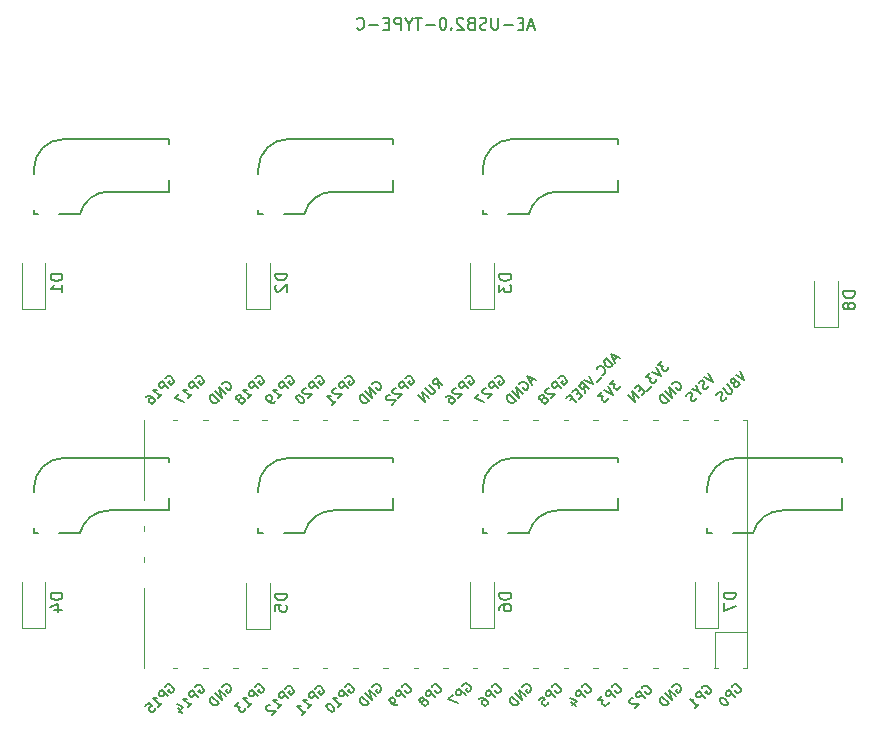
<source format=gbr>
%TF.GenerationSoftware,KiCad,Pcbnew,(5.1.10)-1*%
%TF.CreationDate,2021-12-07T13:13:35+09:00*%
%TF.ProjectId,MACRO-PAD-v0.1,4d414352-4f2d-4504-9144-2d76302e312e,rev?*%
%TF.SameCoordinates,Original*%
%TF.FileFunction,Legend,Bot*%
%TF.FilePolarity,Positive*%
%FSLAX46Y46*%
G04 Gerber Fmt 4.6, Leading zero omitted, Abs format (unit mm)*
G04 Created by KiCad (PCBNEW (5.1.10)-1) date 2021-12-07 13:13:35*
%MOMM*%
%LPD*%
G01*
G04 APERTURE LIST*
%ADD10C,0.150000*%
%ADD11C,0.120000*%
G04 APERTURE END LIST*
D10*
%TO.C,U7*%
X109347000Y-122087000D02*
X109347000Y-122468000D01*
X120777000Y-119547000D02*
X120777000Y-120563000D01*
X120777000Y-120563000D02*
X115697000Y-120563000D01*
X113232838Y-122468000D02*
X111506000Y-122468000D01*
X109728000Y-122468000D02*
X109347000Y-122468000D01*
X109347000Y-118658000D02*
X109347000Y-119039000D01*
X111887000Y-116118000D02*
X120777000Y-116118000D01*
X120777000Y-116118000D02*
X120777000Y-116499000D01*
X113232838Y-122486960D02*
G75*
G02*
X115697000Y-120563000I2464162J-616040D01*
G01*
X109347000Y-118658000D02*
G75*
G02*
X111887000Y-116118000I2540000J0D01*
G01*
%TO.C,U6*%
X90347000Y-122087000D02*
X90347000Y-122468000D01*
X101777000Y-119547000D02*
X101777000Y-120563000D01*
X101777000Y-120563000D02*
X96697000Y-120563000D01*
X94232838Y-122468000D02*
X92506000Y-122468000D01*
X90728000Y-122468000D02*
X90347000Y-122468000D01*
X90347000Y-118658000D02*
X90347000Y-119039000D01*
X92887000Y-116118000D02*
X101777000Y-116118000D01*
X101777000Y-116118000D02*
X101777000Y-116499000D01*
X94232838Y-122486960D02*
G75*
G02*
X96697000Y-120563000I2464162J-616040D01*
G01*
X90347000Y-118658000D02*
G75*
G02*
X92887000Y-116118000I2540000J0D01*
G01*
%TO.C,U5*%
X71347000Y-122087000D02*
X71347000Y-122468000D01*
X82777000Y-119547000D02*
X82777000Y-120563000D01*
X82777000Y-120563000D02*
X77697000Y-120563000D01*
X75232838Y-122468000D02*
X73506000Y-122468000D01*
X71728000Y-122468000D02*
X71347000Y-122468000D01*
X71347000Y-118658000D02*
X71347000Y-119039000D01*
X73887000Y-116118000D02*
X82777000Y-116118000D01*
X82777000Y-116118000D02*
X82777000Y-116499000D01*
X75232838Y-122486960D02*
G75*
G02*
X77697000Y-120563000I2464162J-616040D01*
G01*
X71347000Y-118658000D02*
G75*
G02*
X73887000Y-116118000I2540000J0D01*
G01*
%TO.C,U4*%
X52347000Y-122087000D02*
X52347000Y-122468000D01*
X63777000Y-119547000D02*
X63777000Y-120563000D01*
X63777000Y-120563000D02*
X58697000Y-120563000D01*
X56232838Y-122468000D02*
X54506000Y-122468000D01*
X52728000Y-122468000D02*
X52347000Y-122468000D01*
X52347000Y-118658000D02*
X52347000Y-119039000D01*
X54887000Y-116118000D02*
X63777000Y-116118000D01*
X63777000Y-116118000D02*
X63777000Y-116499000D01*
X56232838Y-122486960D02*
G75*
G02*
X58697000Y-120563000I2464162J-616040D01*
G01*
X52347000Y-118658000D02*
G75*
G02*
X54887000Y-116118000I2540000J0D01*
G01*
%TO.C,U3*%
X90347000Y-95087000D02*
X90347000Y-95468000D01*
X101777000Y-92547000D02*
X101777000Y-93563000D01*
X101777000Y-93563000D02*
X96697000Y-93563000D01*
X94232838Y-95468000D02*
X92506000Y-95468000D01*
X90728000Y-95468000D02*
X90347000Y-95468000D01*
X90347000Y-91658000D02*
X90347000Y-92039000D01*
X92887000Y-89118000D02*
X101777000Y-89118000D01*
X101777000Y-89118000D02*
X101777000Y-89499000D01*
X94232838Y-95486960D02*
G75*
G02*
X96697000Y-93563000I2464162J-616040D01*
G01*
X90347000Y-91658000D02*
G75*
G02*
X92887000Y-89118000I2540000J0D01*
G01*
%TO.C,U2*%
X71347000Y-95087000D02*
X71347000Y-95468000D01*
X82777000Y-92547000D02*
X82777000Y-93563000D01*
X82777000Y-93563000D02*
X77697000Y-93563000D01*
X75232838Y-95468000D02*
X73506000Y-95468000D01*
X71728000Y-95468000D02*
X71347000Y-95468000D01*
X71347000Y-91658000D02*
X71347000Y-92039000D01*
X73887000Y-89118000D02*
X82777000Y-89118000D01*
X82777000Y-89118000D02*
X82777000Y-89499000D01*
X75232838Y-95486960D02*
G75*
G02*
X77697000Y-93563000I2464162J-616040D01*
G01*
X71347000Y-91658000D02*
G75*
G02*
X73887000Y-89118000I2540000J0D01*
G01*
%TO.C,U1*%
X52347000Y-95087000D02*
X52347000Y-95468000D01*
X63777000Y-92547000D02*
X63777000Y-93563000D01*
X63777000Y-93563000D02*
X58697000Y-93563000D01*
X56232838Y-95468000D02*
X54506000Y-95468000D01*
X52728000Y-95468000D02*
X52347000Y-95468000D01*
X52347000Y-91658000D02*
X52347000Y-92039000D01*
X54887000Y-89118000D02*
X63777000Y-89118000D01*
X63777000Y-89118000D02*
X63777000Y-89499000D01*
X56232838Y-95486960D02*
G75*
G02*
X58697000Y-93563000I2464162J-616040D01*
G01*
X52347000Y-91658000D02*
G75*
G02*
X54887000Y-89118000I2540000J0D01*
G01*
D11*
%TO.C,J1*%
X61697000Y-122300000D02*
X61697000Y-121900000D01*
X61697000Y-124900000D02*
X61697000Y-124500000D01*
X61697000Y-112900000D02*
X61697000Y-119700000D01*
X72097000Y-112900000D02*
X71697000Y-112900000D01*
X79797000Y-112900000D02*
X79397000Y-112900000D01*
X105197000Y-112900000D02*
X104797000Y-112900000D01*
X112697000Y-112900000D02*
X112397000Y-112900000D01*
X89897000Y-112900000D02*
X89497000Y-112900000D01*
X74697000Y-112900000D02*
X74297000Y-112900000D01*
X94997000Y-112900000D02*
X94597000Y-112900000D01*
X100097000Y-112900000D02*
X99697000Y-112900000D01*
X87397000Y-112900000D02*
X86997000Y-112900000D01*
X82297000Y-112900000D02*
X81897000Y-112900000D01*
X67097000Y-112900000D02*
X66697000Y-112900000D01*
X64497000Y-112900000D02*
X64097000Y-112900000D01*
X69597000Y-112900000D02*
X69197000Y-112900000D01*
X102597000Y-112900000D02*
X102197000Y-112900000D01*
X110297000Y-112900000D02*
X109897000Y-112900000D01*
X107697000Y-112900000D02*
X107297000Y-112900000D01*
X77197000Y-112900000D02*
X76797000Y-112900000D01*
X84897000Y-112900000D02*
X84497000Y-112900000D01*
X92497000Y-112900000D02*
X92097000Y-112900000D01*
X97597000Y-112900000D02*
X97197000Y-112900000D01*
X64497000Y-133900000D02*
X64097000Y-133900000D01*
X67097000Y-133900000D02*
X66697000Y-133900000D01*
X69597000Y-133900000D02*
X69197000Y-133900000D01*
X72097000Y-133900000D02*
X71697000Y-133900000D01*
X74697000Y-133900000D02*
X74297000Y-133900000D01*
X77197000Y-133900000D02*
X76797000Y-133900000D01*
X79797000Y-133900000D02*
X79397000Y-133900000D01*
X82297000Y-133900000D02*
X81897000Y-133900000D01*
X84897000Y-133900000D02*
X84497000Y-133900000D01*
X87397000Y-133900000D02*
X86997000Y-133900000D01*
X89897000Y-133900000D02*
X89497000Y-133900000D01*
X92497000Y-133900000D02*
X92097000Y-133900000D01*
X94997000Y-133900000D02*
X94597000Y-133900000D01*
X97597000Y-133900000D02*
X97197000Y-133900000D01*
X100097000Y-133900000D02*
X99697000Y-133900000D01*
X102597000Y-133900000D02*
X102197000Y-133900000D01*
X105197000Y-133900000D02*
X104797000Y-133900000D01*
X107697000Y-133900000D02*
X107297000Y-133900000D01*
X110297000Y-133900000D02*
X109897000Y-133900000D01*
X112697000Y-133900000D02*
X112397000Y-133900000D01*
X110030000Y-130893000D02*
X112697000Y-130893000D01*
X110030000Y-133900000D02*
X110030000Y-130893000D01*
X61697000Y-127100000D02*
X61697000Y-133900000D01*
X112697000Y-133900000D02*
X112697000Y-112900000D01*
%TO.C,D8*%
X120400000Y-105000000D02*
X118400000Y-105000000D01*
X118400000Y-105000000D02*
X118400000Y-101100000D01*
X120400000Y-105000000D02*
X120400000Y-101100000D01*
%TO.C,D7*%
X110300000Y-130500000D02*
X108300000Y-130500000D01*
X108300000Y-130500000D02*
X108300000Y-126600000D01*
X110300000Y-130500000D02*
X110300000Y-126600000D01*
%TO.C,D6*%
X91300000Y-130550000D02*
X89300000Y-130550000D01*
X89300000Y-130550000D02*
X89300000Y-126650000D01*
X91300000Y-130550000D02*
X91300000Y-126650000D01*
%TO.C,D5*%
X72300000Y-130600000D02*
X70300000Y-130600000D01*
X70300000Y-130600000D02*
X70300000Y-126700000D01*
X72300000Y-130600000D02*
X72300000Y-126700000D01*
%TO.C,D4*%
X53300000Y-130550000D02*
X51300000Y-130550000D01*
X51300000Y-130550000D02*
X51300000Y-126650000D01*
X53300000Y-130550000D02*
X53300000Y-126650000D01*
%TO.C,D3*%
X91300000Y-103550000D02*
X89300000Y-103550000D01*
X89300000Y-103550000D02*
X89300000Y-99650000D01*
X91300000Y-103550000D02*
X91300000Y-99650000D01*
%TO.C,D2*%
X72300000Y-103500000D02*
X70300000Y-103500000D01*
X70300000Y-103500000D02*
X70300000Y-99600000D01*
X72300000Y-103500000D02*
X72300000Y-99600000D01*
%TO.C,D1*%
X53300000Y-103550000D02*
X51300000Y-103550000D01*
X51300000Y-103550000D02*
X51300000Y-99650000D01*
X53300000Y-103550000D02*
X53300000Y-99650000D01*
%TO.C,U9*%
D10*
X94697000Y-79566666D02*
X94220809Y-79566666D01*
X94792238Y-79852380D02*
X94458904Y-78852380D01*
X94125571Y-79852380D01*
X93792238Y-79328571D02*
X93458904Y-79328571D01*
X93316047Y-79852380D02*
X93792238Y-79852380D01*
X93792238Y-78852380D01*
X93316047Y-78852380D01*
X92887476Y-79471428D02*
X92125571Y-79471428D01*
X91649380Y-78852380D02*
X91649380Y-79661904D01*
X91601761Y-79757142D01*
X91554142Y-79804761D01*
X91458904Y-79852380D01*
X91268428Y-79852380D01*
X91173190Y-79804761D01*
X91125571Y-79757142D01*
X91077952Y-79661904D01*
X91077952Y-78852380D01*
X90649380Y-79804761D02*
X90506523Y-79852380D01*
X90268428Y-79852380D01*
X90173190Y-79804761D01*
X90125571Y-79757142D01*
X90077952Y-79661904D01*
X90077952Y-79566666D01*
X90125571Y-79471428D01*
X90173190Y-79423809D01*
X90268428Y-79376190D01*
X90458904Y-79328571D01*
X90554142Y-79280952D01*
X90601761Y-79233333D01*
X90649380Y-79138095D01*
X90649380Y-79042857D01*
X90601761Y-78947619D01*
X90554142Y-78900000D01*
X90458904Y-78852380D01*
X90220809Y-78852380D01*
X90077952Y-78900000D01*
X89316047Y-79328571D02*
X89173190Y-79376190D01*
X89125571Y-79423809D01*
X89077952Y-79519047D01*
X89077952Y-79661904D01*
X89125571Y-79757142D01*
X89173190Y-79804761D01*
X89268428Y-79852380D01*
X89649380Y-79852380D01*
X89649380Y-78852380D01*
X89316047Y-78852380D01*
X89220809Y-78900000D01*
X89173190Y-78947619D01*
X89125571Y-79042857D01*
X89125571Y-79138095D01*
X89173190Y-79233333D01*
X89220809Y-79280952D01*
X89316047Y-79328571D01*
X89649380Y-79328571D01*
X88697000Y-78947619D02*
X88649380Y-78900000D01*
X88554142Y-78852380D01*
X88316047Y-78852380D01*
X88220809Y-78900000D01*
X88173190Y-78947619D01*
X88125571Y-79042857D01*
X88125571Y-79138095D01*
X88173190Y-79280952D01*
X88744619Y-79852380D01*
X88125571Y-79852380D01*
X87697000Y-79757142D02*
X87649380Y-79804761D01*
X87697000Y-79852380D01*
X87744619Y-79804761D01*
X87697000Y-79757142D01*
X87697000Y-79852380D01*
X87030333Y-78852380D02*
X86935095Y-78852380D01*
X86839857Y-78900000D01*
X86792238Y-78947619D01*
X86744619Y-79042857D01*
X86697000Y-79233333D01*
X86697000Y-79471428D01*
X86744619Y-79661904D01*
X86792238Y-79757142D01*
X86839857Y-79804761D01*
X86935095Y-79852380D01*
X87030333Y-79852380D01*
X87125571Y-79804761D01*
X87173190Y-79757142D01*
X87220809Y-79661904D01*
X87268428Y-79471428D01*
X87268428Y-79233333D01*
X87220809Y-79042857D01*
X87173190Y-78947619D01*
X87125571Y-78900000D01*
X87030333Y-78852380D01*
X86268428Y-79471428D02*
X85506523Y-79471428D01*
X85173190Y-78852380D02*
X84601761Y-78852380D01*
X84887476Y-79852380D02*
X84887476Y-78852380D01*
X84077952Y-79376190D02*
X84077952Y-79852380D01*
X84411285Y-78852380D02*
X84077952Y-79376190D01*
X83744619Y-78852380D01*
X83411285Y-79852380D02*
X83411285Y-78852380D01*
X83030333Y-78852380D01*
X82935095Y-78900000D01*
X82887476Y-78947619D01*
X82839857Y-79042857D01*
X82839857Y-79185714D01*
X82887476Y-79280952D01*
X82935095Y-79328571D01*
X83030333Y-79376190D01*
X83411285Y-79376190D01*
X82411285Y-79328571D02*
X82077952Y-79328571D01*
X81935095Y-79852380D02*
X82411285Y-79852380D01*
X82411285Y-78852380D01*
X81935095Y-78852380D01*
X81506523Y-79471428D02*
X80744619Y-79471428D01*
X79697000Y-79757142D02*
X79744619Y-79804761D01*
X79887476Y-79852380D01*
X79982714Y-79852380D01*
X80125571Y-79804761D01*
X80220809Y-79709523D01*
X80268428Y-79614285D01*
X80316047Y-79423809D01*
X80316047Y-79280952D01*
X80268428Y-79090476D01*
X80220809Y-78995238D01*
X80125571Y-78900000D01*
X79982714Y-78852380D01*
X79887476Y-78852380D01*
X79744619Y-78900000D01*
X79697000Y-78947619D01*
%TO.C,J1*%
X94637964Y-109443597D02*
X94368590Y-109712971D01*
X94853463Y-109551346D02*
X94099216Y-109174223D01*
X94476340Y-109928470D01*
X93452719Y-109874595D02*
X93479656Y-109793783D01*
X93560468Y-109712971D01*
X93668218Y-109659096D01*
X93775967Y-109659096D01*
X93856780Y-109686033D01*
X93991467Y-109766845D01*
X94072279Y-109847658D01*
X94153091Y-109982345D01*
X94180028Y-110063157D01*
X94180028Y-110170906D01*
X94126154Y-110278656D01*
X94072279Y-110332531D01*
X93964529Y-110386406D01*
X93910654Y-110386406D01*
X93722093Y-110197844D01*
X93829842Y-110090094D01*
X93722093Y-110682717D02*
X93156407Y-110117032D01*
X93398844Y-111005966D01*
X92833158Y-110440280D01*
X93129470Y-111275340D02*
X92563784Y-110709654D01*
X92429097Y-110844341D01*
X92375223Y-110952091D01*
X92375223Y-111059841D01*
X92402160Y-111140653D01*
X92482972Y-111275340D01*
X92563784Y-111356152D01*
X92698471Y-111436964D01*
X92779284Y-111463902D01*
X92887033Y-111463902D01*
X92994783Y-111410027D01*
X93129470Y-111275340D01*
X106395155Y-109886158D02*
X106422093Y-109805346D01*
X106502905Y-109724534D01*
X106610654Y-109670659D01*
X106718404Y-109670659D01*
X106799216Y-109697597D01*
X106933903Y-109778409D01*
X107014715Y-109859221D01*
X107095528Y-109993908D01*
X107122465Y-110074720D01*
X107122465Y-110182470D01*
X107068590Y-110290219D01*
X107014715Y-110344094D01*
X106906966Y-110397969D01*
X106853091Y-110397969D01*
X106664529Y-110209407D01*
X106772279Y-110101658D01*
X106664529Y-110694280D02*
X106098844Y-110128595D01*
X106341280Y-111017529D01*
X105775595Y-110451844D01*
X106071906Y-111286903D02*
X105506221Y-110721218D01*
X105371534Y-110855905D01*
X105317659Y-110963654D01*
X105317659Y-111071404D01*
X105344597Y-111152216D01*
X105425409Y-111286903D01*
X105506221Y-111367715D01*
X105640908Y-111448528D01*
X105721720Y-111475465D01*
X105829470Y-111475465D01*
X105937219Y-111421590D01*
X106071906Y-111286903D01*
X80995155Y-109886158D02*
X81022093Y-109805346D01*
X81102905Y-109724534D01*
X81210654Y-109670659D01*
X81318404Y-109670659D01*
X81399216Y-109697597D01*
X81533903Y-109778409D01*
X81614715Y-109859221D01*
X81695528Y-109993908D01*
X81722465Y-110074720D01*
X81722465Y-110182470D01*
X81668590Y-110290219D01*
X81614715Y-110344094D01*
X81506966Y-110397969D01*
X81453091Y-110397969D01*
X81264529Y-110209407D01*
X81372279Y-110101658D01*
X81264529Y-110694280D02*
X80698844Y-110128595D01*
X80941280Y-111017529D01*
X80375595Y-110451844D01*
X80671906Y-111286903D02*
X80106221Y-110721218D01*
X79971534Y-110855905D01*
X79917659Y-110963654D01*
X79917659Y-111071404D01*
X79944597Y-111152216D01*
X80025409Y-111286903D01*
X80106221Y-111367715D01*
X80240908Y-111448528D01*
X80321720Y-111475465D01*
X80429470Y-111475465D01*
X80537219Y-111421590D01*
X80671906Y-111286903D01*
X68295155Y-109886158D02*
X68322093Y-109805346D01*
X68402905Y-109724534D01*
X68510654Y-109670659D01*
X68618404Y-109670659D01*
X68699216Y-109697597D01*
X68833903Y-109778409D01*
X68914715Y-109859221D01*
X68995528Y-109993908D01*
X69022465Y-110074720D01*
X69022465Y-110182470D01*
X68968590Y-110290219D01*
X68914715Y-110344094D01*
X68806966Y-110397969D01*
X68753091Y-110397969D01*
X68564529Y-110209407D01*
X68672279Y-110101658D01*
X68564529Y-110694280D02*
X67998844Y-110128595D01*
X68241280Y-111017529D01*
X67675595Y-110451844D01*
X67971906Y-111286903D02*
X67406221Y-110721218D01*
X67271534Y-110855905D01*
X67217659Y-110963654D01*
X67217659Y-111071404D01*
X67244597Y-111152216D01*
X67325409Y-111286903D01*
X67406221Y-111367715D01*
X67540908Y-111448528D01*
X67621720Y-111475465D01*
X67729470Y-111475465D01*
X67837219Y-111421590D01*
X67971906Y-111286903D01*
X68295155Y-135486158D02*
X68322093Y-135405346D01*
X68402905Y-135324534D01*
X68510654Y-135270659D01*
X68618404Y-135270659D01*
X68699216Y-135297597D01*
X68833903Y-135378409D01*
X68914715Y-135459221D01*
X68995528Y-135593908D01*
X69022465Y-135674720D01*
X69022465Y-135782470D01*
X68968590Y-135890219D01*
X68914715Y-135944094D01*
X68806966Y-135997969D01*
X68753091Y-135997969D01*
X68564529Y-135809407D01*
X68672279Y-135701658D01*
X68564529Y-136294280D02*
X67998844Y-135728595D01*
X68241280Y-136617529D01*
X67675595Y-136051844D01*
X67971906Y-136886903D02*
X67406221Y-136321218D01*
X67271534Y-136455905D01*
X67217659Y-136563654D01*
X67217659Y-136671404D01*
X67244597Y-136752216D01*
X67325409Y-136886903D01*
X67406221Y-136967715D01*
X67540908Y-137048528D01*
X67621720Y-137075465D01*
X67729470Y-137075465D01*
X67837219Y-137021590D01*
X67971906Y-136886903D01*
X80995155Y-135486158D02*
X81022093Y-135405346D01*
X81102905Y-135324534D01*
X81210654Y-135270659D01*
X81318404Y-135270659D01*
X81399216Y-135297597D01*
X81533903Y-135378409D01*
X81614715Y-135459221D01*
X81695528Y-135593908D01*
X81722465Y-135674720D01*
X81722465Y-135782470D01*
X81668590Y-135890219D01*
X81614715Y-135944094D01*
X81506966Y-135997969D01*
X81453091Y-135997969D01*
X81264529Y-135809407D01*
X81372279Y-135701658D01*
X81264529Y-136294280D02*
X80698844Y-135728595D01*
X80941280Y-136617529D01*
X80375595Y-136051844D01*
X80671906Y-136886903D02*
X80106221Y-136321218D01*
X79971534Y-136455905D01*
X79917659Y-136563654D01*
X79917659Y-136671404D01*
X79944597Y-136752216D01*
X80025409Y-136886903D01*
X80106221Y-136967715D01*
X80240908Y-137048528D01*
X80321720Y-137075465D01*
X80429470Y-137075465D01*
X80537219Y-137021590D01*
X80671906Y-136886903D01*
X93695155Y-135486158D02*
X93722093Y-135405346D01*
X93802905Y-135324534D01*
X93910654Y-135270659D01*
X94018404Y-135270659D01*
X94099216Y-135297597D01*
X94233903Y-135378409D01*
X94314715Y-135459221D01*
X94395528Y-135593908D01*
X94422465Y-135674720D01*
X94422465Y-135782470D01*
X94368590Y-135890219D01*
X94314715Y-135944094D01*
X94206966Y-135997969D01*
X94153091Y-135997969D01*
X93964529Y-135809407D01*
X94072279Y-135701658D01*
X93964529Y-136294280D02*
X93398844Y-135728595D01*
X93641280Y-136617529D01*
X93075595Y-136051844D01*
X93371906Y-136886903D02*
X92806221Y-136321218D01*
X92671534Y-136455905D01*
X92617659Y-136563654D01*
X92617659Y-136671404D01*
X92644597Y-136752216D01*
X92725409Y-136886903D01*
X92806221Y-136967715D01*
X92940908Y-137048528D01*
X93021720Y-137075465D01*
X93129470Y-137075465D01*
X93237219Y-137021590D01*
X93371906Y-136886903D01*
X106395155Y-135486158D02*
X106422093Y-135405346D01*
X106502905Y-135324534D01*
X106610654Y-135270659D01*
X106718404Y-135270659D01*
X106799216Y-135297597D01*
X106933903Y-135378409D01*
X107014715Y-135459221D01*
X107095528Y-135593908D01*
X107122465Y-135674720D01*
X107122465Y-135782470D01*
X107068590Y-135890219D01*
X107014715Y-135944094D01*
X106906966Y-135997969D01*
X106853091Y-135997969D01*
X106664529Y-135809407D01*
X106772279Y-135701658D01*
X106664529Y-136294280D02*
X106098844Y-135728595D01*
X106341280Y-136617529D01*
X105775595Y-136051844D01*
X106071906Y-136886903D02*
X105506221Y-136321218D01*
X105371534Y-136455905D01*
X105317659Y-136563654D01*
X105317659Y-136671404D01*
X105344597Y-136752216D01*
X105425409Y-136886903D01*
X105506221Y-136967715D01*
X105640908Y-137048528D01*
X105721720Y-137075465D01*
X105829470Y-137075465D01*
X105937219Y-137021590D01*
X106071906Y-136886903D01*
X112124309Y-108753129D02*
X112501433Y-109507377D01*
X111747186Y-109130253D01*
X111639436Y-109776751D02*
X111585561Y-109884500D01*
X111585561Y-109938375D01*
X111612499Y-110019187D01*
X111693311Y-110100000D01*
X111774123Y-110126937D01*
X111827998Y-110126937D01*
X111908810Y-110100000D01*
X112124309Y-109884500D01*
X111558624Y-109318815D01*
X111370062Y-109507377D01*
X111343125Y-109588189D01*
X111343125Y-109642064D01*
X111370062Y-109722876D01*
X111423937Y-109776751D01*
X111504749Y-109803688D01*
X111558624Y-109803688D01*
X111639436Y-109776751D01*
X111827998Y-109588189D01*
X110992938Y-109884500D02*
X111450874Y-110342436D01*
X111477812Y-110423248D01*
X111477812Y-110477123D01*
X111450874Y-110557935D01*
X111343125Y-110665685D01*
X111262312Y-110692622D01*
X111208438Y-110692622D01*
X111127625Y-110665685D01*
X110669690Y-110207749D01*
X110966001Y-110988934D02*
X110912126Y-111096683D01*
X110777439Y-111231370D01*
X110696627Y-111258308D01*
X110642752Y-111258308D01*
X110561940Y-111231370D01*
X110508065Y-111177496D01*
X110481128Y-111096683D01*
X110481128Y-111042809D01*
X110508065Y-110961996D01*
X110588877Y-110827309D01*
X110615815Y-110746497D01*
X110615815Y-110692622D01*
X110588877Y-110611810D01*
X110535003Y-110557935D01*
X110454190Y-110530998D01*
X110400316Y-110530998D01*
X110319503Y-110557935D01*
X110184816Y-110692622D01*
X110130942Y-110800372D01*
X109446966Y-108920473D02*
X109824089Y-109674720D01*
X109069842Y-109297597D01*
X109446966Y-109997969D02*
X109393091Y-110105719D01*
X109258404Y-110240406D01*
X109177592Y-110267343D01*
X109123717Y-110267343D01*
X109042905Y-110240406D01*
X108989030Y-110186531D01*
X108962093Y-110105719D01*
X108962093Y-110051844D01*
X108989030Y-109971032D01*
X109069842Y-109836345D01*
X109096780Y-109755532D01*
X109096780Y-109701658D01*
X109069842Y-109620845D01*
X109015967Y-109566971D01*
X108935155Y-109540033D01*
X108881280Y-109540033D01*
X108800468Y-109566971D01*
X108665781Y-109701658D01*
X108611906Y-109809407D01*
X108531094Y-110428967D02*
X108800468Y-110698341D01*
X108423345Y-109944094D02*
X108531094Y-110428967D01*
X108046221Y-110321218D01*
X108423345Y-111021590D02*
X108369470Y-111129340D01*
X108234783Y-111264027D01*
X108153971Y-111290964D01*
X108100096Y-111290964D01*
X108019284Y-111264027D01*
X107965409Y-111210152D01*
X107938471Y-111129340D01*
X107938471Y-111075465D01*
X107965409Y-110994653D01*
X108046221Y-110859966D01*
X108073158Y-110779154D01*
X108073158Y-110725279D01*
X108046221Y-110644467D01*
X107992346Y-110590592D01*
X107911534Y-110563654D01*
X107857659Y-110563654D01*
X107776847Y-110590592D01*
X107642160Y-110725279D01*
X107588285Y-110833028D01*
X105555308Y-107922131D02*
X105205122Y-108272317D01*
X105609183Y-108299255D01*
X105528370Y-108380067D01*
X105501433Y-108460879D01*
X105501433Y-108514754D01*
X105528370Y-108595566D01*
X105663057Y-108730253D01*
X105743870Y-108757190D01*
X105797744Y-108757190D01*
X105878557Y-108730253D01*
X106040181Y-108568629D01*
X106067118Y-108487816D01*
X106067118Y-108433942D01*
X105043497Y-108433942D02*
X105420621Y-109188189D01*
X104666374Y-108811065D01*
X104531687Y-108945752D02*
X104181500Y-109295938D01*
X104585561Y-109322876D01*
X104504749Y-109403688D01*
X104477812Y-109484500D01*
X104477812Y-109538375D01*
X104504749Y-109619187D01*
X104639436Y-109753874D01*
X104720248Y-109780812D01*
X104774123Y-109780812D01*
X104854935Y-109753874D01*
X105016560Y-109592250D01*
X105043497Y-109511438D01*
X105043497Y-109457563D01*
X104693311Y-110023248D02*
X104262312Y-110454247D01*
X103777439Y-110238748D02*
X103588877Y-110427309D01*
X103804377Y-110804433D02*
X104073751Y-110535059D01*
X103508065Y-109969374D01*
X103238691Y-110238748D01*
X103561940Y-111046870D02*
X102996255Y-110481184D01*
X103238691Y-111370118D01*
X102673006Y-110804433D01*
X101487592Y-109489847D02*
X101137406Y-109840033D01*
X101541467Y-109866971D01*
X101460654Y-109947783D01*
X101433717Y-110028595D01*
X101433717Y-110082470D01*
X101460654Y-110163282D01*
X101595341Y-110297969D01*
X101676154Y-110324906D01*
X101730028Y-110324906D01*
X101810841Y-110297969D01*
X101972465Y-110136345D01*
X101999402Y-110055532D01*
X101999402Y-110001658D01*
X100975781Y-110001658D02*
X101352905Y-110755905D01*
X100598658Y-110378781D01*
X100463971Y-110513468D02*
X100113784Y-110863654D01*
X100517845Y-110890592D01*
X100437033Y-110971404D01*
X100410096Y-111052216D01*
X100410096Y-111106091D01*
X100437033Y-111186903D01*
X100571720Y-111321590D01*
X100652532Y-111348528D01*
X100706407Y-111348528D01*
X100787219Y-111321590D01*
X100948844Y-111159966D01*
X100975781Y-111079154D01*
X100975781Y-111025279D01*
X101730773Y-107554788D02*
X101461399Y-107824162D01*
X101946272Y-107662537D02*
X101192025Y-107285414D01*
X101569149Y-108039661D01*
X101380587Y-108228223D02*
X100814902Y-107662537D01*
X100680215Y-107797224D01*
X100626340Y-107904974D01*
X100626340Y-108012723D01*
X100653277Y-108093536D01*
X100734089Y-108228223D01*
X100814902Y-108309035D01*
X100949589Y-108389847D01*
X101030401Y-108416784D01*
X101138150Y-108416784D01*
X101245900Y-108362910D01*
X101380587Y-108228223D01*
X100437778Y-109063282D02*
X100491653Y-109063282D01*
X100599402Y-109009407D01*
X100653277Y-108955532D01*
X100707152Y-108847783D01*
X100707152Y-108740033D01*
X100680215Y-108659221D01*
X100599402Y-108524534D01*
X100518590Y-108443722D01*
X100383903Y-108362910D01*
X100303091Y-108335972D01*
X100195341Y-108335972D01*
X100087592Y-108389847D01*
X100033717Y-108443722D01*
X99979842Y-108551471D01*
X99979842Y-108605346D01*
X100437778Y-109278781D02*
X100006780Y-109709780D01*
X99333345Y-109144094D02*
X99710468Y-109898341D01*
X98956221Y-109521218D01*
X99010096Y-110598714D02*
X98929284Y-110140778D01*
X99333345Y-110275465D02*
X98767659Y-109709780D01*
X98552160Y-109925279D01*
X98525223Y-110006091D01*
X98525223Y-110059966D01*
X98552160Y-110140778D01*
X98632972Y-110221590D01*
X98713784Y-110248528D01*
X98767659Y-110248528D01*
X98848471Y-110221590D01*
X99063971Y-110006091D01*
X98471348Y-110544839D02*
X98282786Y-110733401D01*
X98498285Y-111110524D02*
X98767659Y-110841150D01*
X98201974Y-110275465D01*
X97932600Y-110544839D01*
X97770975Y-111245211D02*
X97959537Y-111056650D01*
X98255849Y-111352961D02*
X97690163Y-110787276D01*
X97420789Y-111056650D01*
X96731592Y-109389722D02*
X96758529Y-109308910D01*
X96839341Y-109228097D01*
X96947091Y-109174223D01*
X97054841Y-109174223D01*
X97135653Y-109201160D01*
X97270340Y-109281972D01*
X97351152Y-109362784D01*
X97431964Y-109497471D01*
X97458902Y-109578284D01*
X97458902Y-109686033D01*
X97405027Y-109793783D01*
X97351152Y-109847658D01*
X97243402Y-109901532D01*
X97189528Y-109901532D01*
X97000966Y-109712971D01*
X97108715Y-109605221D01*
X97000966Y-110197844D02*
X96435280Y-109632158D01*
X96219781Y-109847658D01*
X96192844Y-109928470D01*
X96192844Y-109982345D01*
X96219781Y-110063157D01*
X96300593Y-110143969D01*
X96381406Y-110170906D01*
X96435280Y-110170906D01*
X96516093Y-110143969D01*
X96731592Y-109928470D01*
X95950407Y-110224781D02*
X95896532Y-110224781D01*
X95815720Y-110251719D01*
X95681033Y-110386406D01*
X95654096Y-110467218D01*
X95654096Y-110521093D01*
X95681033Y-110601905D01*
X95734908Y-110655780D01*
X95842658Y-110709654D01*
X96489155Y-110709654D01*
X96138969Y-111059841D01*
X95492471Y-111059841D02*
X95519409Y-110979028D01*
X95519409Y-110925154D01*
X95492471Y-110844341D01*
X95465534Y-110817404D01*
X95384722Y-110790467D01*
X95330847Y-110790467D01*
X95250035Y-110817404D01*
X95142285Y-110925154D01*
X95115348Y-111005966D01*
X95115348Y-111059841D01*
X95142285Y-111140653D01*
X95169223Y-111167590D01*
X95250035Y-111194528D01*
X95303910Y-111194528D01*
X95384722Y-111167590D01*
X95492471Y-111059841D01*
X95573284Y-111032903D01*
X95627158Y-111032903D01*
X95707971Y-111059841D01*
X95815720Y-111167590D01*
X95842658Y-111248402D01*
X95842658Y-111302277D01*
X95815720Y-111383089D01*
X95707971Y-111490839D01*
X95627158Y-111517776D01*
X95573284Y-111517776D01*
X95492471Y-111490839D01*
X95384722Y-111383089D01*
X95357784Y-111302277D01*
X95357784Y-111248402D01*
X95384722Y-111167590D01*
X91387592Y-109389722D02*
X91414529Y-109308910D01*
X91495341Y-109228097D01*
X91603091Y-109174223D01*
X91710841Y-109174223D01*
X91791653Y-109201160D01*
X91926340Y-109281972D01*
X92007152Y-109362784D01*
X92087964Y-109497471D01*
X92114902Y-109578284D01*
X92114902Y-109686033D01*
X92061027Y-109793783D01*
X92007152Y-109847658D01*
X91899402Y-109901532D01*
X91845528Y-109901532D01*
X91656966Y-109712971D01*
X91764715Y-109605221D01*
X91656966Y-110197844D02*
X91091280Y-109632158D01*
X90875781Y-109847658D01*
X90848844Y-109928470D01*
X90848844Y-109982345D01*
X90875781Y-110063157D01*
X90956593Y-110143969D01*
X91037406Y-110170906D01*
X91091280Y-110170906D01*
X91172093Y-110143969D01*
X91387592Y-109928470D01*
X90606407Y-110224781D02*
X90552532Y-110224781D01*
X90471720Y-110251719D01*
X90337033Y-110386406D01*
X90310096Y-110467218D01*
X90310096Y-110521093D01*
X90337033Y-110601905D01*
X90390908Y-110655780D01*
X90498658Y-110709654D01*
X91145155Y-110709654D01*
X90794969Y-111059841D01*
X90040722Y-110682717D02*
X89663598Y-111059841D01*
X90471720Y-111383089D01*
X88857592Y-109389722D02*
X88884529Y-109308910D01*
X88965341Y-109228097D01*
X89073091Y-109174223D01*
X89180841Y-109174223D01*
X89261653Y-109201160D01*
X89396340Y-109281972D01*
X89477152Y-109362784D01*
X89557964Y-109497471D01*
X89584902Y-109578284D01*
X89584902Y-109686033D01*
X89531027Y-109793783D01*
X89477152Y-109847658D01*
X89369402Y-109901532D01*
X89315528Y-109901532D01*
X89126966Y-109712971D01*
X89234715Y-109605221D01*
X89126966Y-110197844D02*
X88561280Y-109632158D01*
X88345781Y-109847658D01*
X88318844Y-109928470D01*
X88318844Y-109982345D01*
X88345781Y-110063157D01*
X88426593Y-110143969D01*
X88507406Y-110170906D01*
X88561280Y-110170906D01*
X88642093Y-110143969D01*
X88857592Y-109928470D01*
X88076407Y-110224781D02*
X88022532Y-110224781D01*
X87941720Y-110251719D01*
X87807033Y-110386406D01*
X87780096Y-110467218D01*
X87780096Y-110521093D01*
X87807033Y-110601905D01*
X87860908Y-110655780D01*
X87968658Y-110709654D01*
X88615155Y-110709654D01*
X88264969Y-111059841D01*
X87214410Y-110979028D02*
X87322160Y-110871279D01*
X87402972Y-110844341D01*
X87456847Y-110844341D01*
X87591534Y-110871279D01*
X87726221Y-110952091D01*
X87941720Y-111167590D01*
X87968658Y-111248402D01*
X87968658Y-111302277D01*
X87941720Y-111383089D01*
X87833971Y-111490839D01*
X87753158Y-111517776D01*
X87699284Y-111517776D01*
X87618471Y-111490839D01*
X87483784Y-111356152D01*
X87456847Y-111275340D01*
X87456847Y-111221465D01*
X87483784Y-111140653D01*
X87591534Y-111032903D01*
X87672346Y-111005966D01*
X87726221Y-111005966D01*
X87807033Y-111032903D01*
X86600435Y-110238375D02*
X86519622Y-109780439D01*
X86923683Y-109915126D02*
X86357998Y-109349441D01*
X86142499Y-109564940D01*
X86115561Y-109645752D01*
X86115561Y-109699627D01*
X86142499Y-109780439D01*
X86223311Y-109861251D01*
X86304123Y-109888189D01*
X86357998Y-109888189D01*
X86438810Y-109861251D01*
X86654309Y-109645752D01*
X85792312Y-109915126D02*
X86250248Y-110373062D01*
X86277186Y-110453874D01*
X86277186Y-110507749D01*
X86250248Y-110588561D01*
X86142499Y-110696311D01*
X86061687Y-110723248D01*
X86007812Y-110723248D01*
X85927000Y-110696311D01*
X85469064Y-110238375D01*
X85765375Y-111073435D02*
X85199690Y-110507749D01*
X85442126Y-111396683D01*
X84876441Y-110830998D01*
X83777592Y-109389722D02*
X83804529Y-109308910D01*
X83885341Y-109228097D01*
X83993091Y-109174223D01*
X84100841Y-109174223D01*
X84181653Y-109201160D01*
X84316340Y-109281972D01*
X84397152Y-109362784D01*
X84477964Y-109497471D01*
X84504902Y-109578284D01*
X84504902Y-109686033D01*
X84451027Y-109793783D01*
X84397152Y-109847658D01*
X84289402Y-109901532D01*
X84235528Y-109901532D01*
X84046966Y-109712971D01*
X84154715Y-109605221D01*
X84046966Y-110197844D02*
X83481280Y-109632158D01*
X83265781Y-109847658D01*
X83238844Y-109928470D01*
X83238844Y-109982345D01*
X83265781Y-110063157D01*
X83346593Y-110143969D01*
X83427406Y-110170906D01*
X83481280Y-110170906D01*
X83562093Y-110143969D01*
X83777592Y-109928470D01*
X82996407Y-110224781D02*
X82942532Y-110224781D01*
X82861720Y-110251719D01*
X82727033Y-110386406D01*
X82700096Y-110467218D01*
X82700096Y-110521093D01*
X82727033Y-110601905D01*
X82780908Y-110655780D01*
X82888658Y-110709654D01*
X83535155Y-110709654D01*
X83184969Y-111059841D01*
X82457659Y-110763529D02*
X82403784Y-110763529D01*
X82322972Y-110790467D01*
X82188285Y-110925154D01*
X82161348Y-111005966D01*
X82161348Y-111059841D01*
X82188285Y-111140653D01*
X82242160Y-111194528D01*
X82349910Y-111248402D01*
X82996407Y-111248402D01*
X82646221Y-111598589D01*
X78687592Y-109389722D02*
X78714529Y-109308910D01*
X78795341Y-109228097D01*
X78903091Y-109174223D01*
X79010841Y-109174223D01*
X79091653Y-109201160D01*
X79226340Y-109281972D01*
X79307152Y-109362784D01*
X79387964Y-109497471D01*
X79414902Y-109578284D01*
X79414902Y-109686033D01*
X79361027Y-109793783D01*
X79307152Y-109847658D01*
X79199402Y-109901532D01*
X79145528Y-109901532D01*
X78956966Y-109712971D01*
X79064715Y-109605221D01*
X78956966Y-110197844D02*
X78391280Y-109632158D01*
X78175781Y-109847658D01*
X78148844Y-109928470D01*
X78148844Y-109982345D01*
X78175781Y-110063157D01*
X78256593Y-110143969D01*
X78337406Y-110170906D01*
X78391280Y-110170906D01*
X78472093Y-110143969D01*
X78687592Y-109928470D01*
X77906407Y-110224781D02*
X77852532Y-110224781D01*
X77771720Y-110251719D01*
X77637033Y-110386406D01*
X77610096Y-110467218D01*
X77610096Y-110521093D01*
X77637033Y-110601905D01*
X77690908Y-110655780D01*
X77798658Y-110709654D01*
X78445155Y-110709654D01*
X78094969Y-111059841D01*
X77556221Y-111598589D02*
X77879470Y-111275340D01*
X77717845Y-111436964D02*
X77152160Y-110871279D01*
X77286847Y-110898216D01*
X77394597Y-110898216D01*
X77475409Y-110871279D01*
X76157592Y-109389722D02*
X76184529Y-109308910D01*
X76265341Y-109228097D01*
X76373091Y-109174223D01*
X76480841Y-109174223D01*
X76561653Y-109201160D01*
X76696340Y-109281972D01*
X76777152Y-109362784D01*
X76857964Y-109497471D01*
X76884902Y-109578284D01*
X76884902Y-109686033D01*
X76831027Y-109793783D01*
X76777152Y-109847658D01*
X76669402Y-109901532D01*
X76615528Y-109901532D01*
X76426966Y-109712971D01*
X76534715Y-109605221D01*
X76426966Y-110197844D02*
X75861280Y-109632158D01*
X75645781Y-109847658D01*
X75618844Y-109928470D01*
X75618844Y-109982345D01*
X75645781Y-110063157D01*
X75726593Y-110143969D01*
X75807406Y-110170906D01*
X75861280Y-110170906D01*
X75942093Y-110143969D01*
X76157592Y-109928470D01*
X75376407Y-110224781D02*
X75322532Y-110224781D01*
X75241720Y-110251719D01*
X75107033Y-110386406D01*
X75080096Y-110467218D01*
X75080096Y-110521093D01*
X75107033Y-110601905D01*
X75160908Y-110655780D01*
X75268658Y-110709654D01*
X75915155Y-110709654D01*
X75564969Y-111059841D01*
X74649097Y-110844341D02*
X74595223Y-110898216D01*
X74568285Y-110979028D01*
X74568285Y-111032903D01*
X74595223Y-111113715D01*
X74676035Y-111248402D01*
X74810722Y-111383089D01*
X74945409Y-111463902D01*
X75026221Y-111490839D01*
X75080096Y-111490839D01*
X75160908Y-111463902D01*
X75214783Y-111410027D01*
X75241720Y-111329215D01*
X75241720Y-111275340D01*
X75214783Y-111194528D01*
X75133971Y-111059841D01*
X74999284Y-110925154D01*
X74864597Y-110844341D01*
X74783784Y-110817404D01*
X74729910Y-110817404D01*
X74649097Y-110844341D01*
X73617592Y-109389722D02*
X73644529Y-109308910D01*
X73725341Y-109228097D01*
X73833091Y-109174223D01*
X73940841Y-109174223D01*
X74021653Y-109201160D01*
X74156340Y-109281972D01*
X74237152Y-109362784D01*
X74317964Y-109497471D01*
X74344902Y-109578284D01*
X74344902Y-109686033D01*
X74291027Y-109793783D01*
X74237152Y-109847658D01*
X74129402Y-109901532D01*
X74075528Y-109901532D01*
X73886966Y-109712971D01*
X73994715Y-109605221D01*
X73886966Y-110197844D02*
X73321280Y-109632158D01*
X73105781Y-109847658D01*
X73078844Y-109928470D01*
X73078844Y-109982345D01*
X73105781Y-110063157D01*
X73186593Y-110143969D01*
X73267406Y-110170906D01*
X73321280Y-110170906D01*
X73402093Y-110143969D01*
X73617592Y-109928470D01*
X73024969Y-111059841D02*
X73348218Y-110736592D01*
X73186593Y-110898216D02*
X72620908Y-110332531D01*
X72755595Y-110359468D01*
X72863345Y-110359468D01*
X72944157Y-110332531D01*
X72755595Y-111329215D02*
X72647845Y-111436964D01*
X72567033Y-111463902D01*
X72513158Y-111463902D01*
X72378471Y-111436964D01*
X72243784Y-111356152D01*
X72028285Y-111140653D01*
X72001348Y-111059841D01*
X72001348Y-111005966D01*
X72028285Y-110925154D01*
X72136035Y-110817404D01*
X72216847Y-110790467D01*
X72270722Y-110790467D01*
X72351534Y-110817404D01*
X72486221Y-110952091D01*
X72513158Y-111032903D01*
X72513158Y-111086778D01*
X72486221Y-111167590D01*
X72378471Y-111275340D01*
X72297659Y-111302277D01*
X72243784Y-111302277D01*
X72162972Y-111275340D01*
X71077592Y-109389722D02*
X71104529Y-109308910D01*
X71185341Y-109228097D01*
X71293091Y-109174223D01*
X71400841Y-109174223D01*
X71481653Y-109201160D01*
X71616340Y-109281972D01*
X71697152Y-109362784D01*
X71777964Y-109497471D01*
X71804902Y-109578284D01*
X71804902Y-109686033D01*
X71751027Y-109793783D01*
X71697152Y-109847658D01*
X71589402Y-109901532D01*
X71535528Y-109901532D01*
X71346966Y-109712971D01*
X71454715Y-109605221D01*
X71346966Y-110197844D02*
X70781280Y-109632158D01*
X70565781Y-109847658D01*
X70538844Y-109928470D01*
X70538844Y-109982345D01*
X70565781Y-110063157D01*
X70646593Y-110143969D01*
X70727406Y-110170906D01*
X70781280Y-110170906D01*
X70862093Y-110143969D01*
X71077592Y-109928470D01*
X70484969Y-111059841D02*
X70808218Y-110736592D01*
X70646593Y-110898216D02*
X70080908Y-110332531D01*
X70215595Y-110359468D01*
X70323345Y-110359468D01*
X70404157Y-110332531D01*
X69838471Y-111059841D02*
X69865409Y-110979028D01*
X69865409Y-110925154D01*
X69838471Y-110844341D01*
X69811534Y-110817404D01*
X69730722Y-110790467D01*
X69676847Y-110790467D01*
X69596035Y-110817404D01*
X69488285Y-110925154D01*
X69461348Y-111005966D01*
X69461348Y-111059841D01*
X69488285Y-111140653D01*
X69515223Y-111167590D01*
X69596035Y-111194528D01*
X69649910Y-111194528D01*
X69730722Y-111167590D01*
X69838471Y-111059841D01*
X69919284Y-111032903D01*
X69973158Y-111032903D01*
X70053971Y-111059841D01*
X70161720Y-111167590D01*
X70188658Y-111248402D01*
X70188658Y-111302277D01*
X70161720Y-111383089D01*
X70053971Y-111490839D01*
X69973158Y-111517776D01*
X69919284Y-111517776D01*
X69838471Y-111490839D01*
X69730722Y-111383089D01*
X69703784Y-111302277D01*
X69703784Y-111248402D01*
X69730722Y-111167590D01*
X65997592Y-109389722D02*
X66024529Y-109308910D01*
X66105341Y-109228097D01*
X66213091Y-109174223D01*
X66320841Y-109174223D01*
X66401653Y-109201160D01*
X66536340Y-109281972D01*
X66617152Y-109362784D01*
X66697964Y-109497471D01*
X66724902Y-109578284D01*
X66724902Y-109686033D01*
X66671027Y-109793783D01*
X66617152Y-109847658D01*
X66509402Y-109901532D01*
X66455528Y-109901532D01*
X66266966Y-109712971D01*
X66374715Y-109605221D01*
X66266966Y-110197844D02*
X65701280Y-109632158D01*
X65485781Y-109847658D01*
X65458844Y-109928470D01*
X65458844Y-109982345D01*
X65485781Y-110063157D01*
X65566593Y-110143969D01*
X65647406Y-110170906D01*
X65701280Y-110170906D01*
X65782093Y-110143969D01*
X65997592Y-109928470D01*
X65404969Y-111059841D02*
X65728218Y-110736592D01*
X65566593Y-110898216D02*
X65000908Y-110332531D01*
X65135595Y-110359468D01*
X65243345Y-110359468D01*
X65324157Y-110332531D01*
X64650722Y-110682717D02*
X64273598Y-111059841D01*
X65081720Y-111383089D01*
X63457592Y-109389722D02*
X63484529Y-109308910D01*
X63565341Y-109228097D01*
X63673091Y-109174223D01*
X63780841Y-109174223D01*
X63861653Y-109201160D01*
X63996340Y-109281972D01*
X64077152Y-109362784D01*
X64157964Y-109497471D01*
X64184902Y-109578284D01*
X64184902Y-109686033D01*
X64131027Y-109793783D01*
X64077152Y-109847658D01*
X63969402Y-109901532D01*
X63915528Y-109901532D01*
X63726966Y-109712971D01*
X63834715Y-109605221D01*
X63726966Y-110197844D02*
X63161280Y-109632158D01*
X62945781Y-109847658D01*
X62918844Y-109928470D01*
X62918844Y-109982345D01*
X62945781Y-110063157D01*
X63026593Y-110143969D01*
X63107406Y-110170906D01*
X63161280Y-110170906D01*
X63242093Y-110143969D01*
X63457592Y-109928470D01*
X62864969Y-111059841D02*
X63188218Y-110736592D01*
X63026593Y-110898216D02*
X62460908Y-110332531D01*
X62595595Y-110359468D01*
X62703345Y-110359468D01*
X62784157Y-110332531D01*
X61814410Y-110979028D02*
X61922160Y-110871279D01*
X62002972Y-110844341D01*
X62056847Y-110844341D01*
X62191534Y-110871279D01*
X62326221Y-110952091D01*
X62541720Y-111167590D01*
X62568658Y-111248402D01*
X62568658Y-111302277D01*
X62541720Y-111383089D01*
X62433971Y-111490839D01*
X62353158Y-111517776D01*
X62299284Y-111517776D01*
X62218471Y-111490839D01*
X62083784Y-111356152D01*
X62056847Y-111275340D01*
X62056847Y-111221465D01*
X62083784Y-111140653D01*
X62191534Y-111032903D01*
X62272346Y-111005966D01*
X62326221Y-111005966D01*
X62407033Y-111032903D01*
X63457592Y-135497722D02*
X63484529Y-135416910D01*
X63565341Y-135336097D01*
X63673091Y-135282223D01*
X63780841Y-135282223D01*
X63861653Y-135309160D01*
X63996340Y-135389972D01*
X64077152Y-135470784D01*
X64157964Y-135605471D01*
X64184902Y-135686284D01*
X64184902Y-135794033D01*
X64131027Y-135901783D01*
X64077152Y-135955658D01*
X63969402Y-136009532D01*
X63915528Y-136009532D01*
X63726966Y-135820971D01*
X63834715Y-135713221D01*
X63726966Y-136305844D02*
X63161280Y-135740158D01*
X62945781Y-135955658D01*
X62918844Y-136036470D01*
X62918844Y-136090345D01*
X62945781Y-136171157D01*
X63026593Y-136251969D01*
X63107406Y-136278906D01*
X63161280Y-136278906D01*
X63242093Y-136251969D01*
X63457592Y-136036470D01*
X62864969Y-137167841D02*
X63188218Y-136844592D01*
X63026593Y-137006216D02*
X62460908Y-136440531D01*
X62595595Y-136467468D01*
X62703345Y-136467468D01*
X62784157Y-136440531D01*
X61787473Y-137113966D02*
X62056847Y-136844592D01*
X62353158Y-137087028D01*
X62299284Y-137087028D01*
X62218471Y-137113966D01*
X62083784Y-137248653D01*
X62056847Y-137329465D01*
X62056847Y-137383340D01*
X62083784Y-137464152D01*
X62218471Y-137598839D01*
X62299284Y-137625776D01*
X62353158Y-137625776D01*
X62433971Y-137598839D01*
X62568658Y-137464152D01*
X62595595Y-137383340D01*
X62595595Y-137329465D01*
X65997592Y-135543722D02*
X66024529Y-135462910D01*
X66105341Y-135382097D01*
X66213091Y-135328223D01*
X66320841Y-135328223D01*
X66401653Y-135355160D01*
X66536340Y-135435972D01*
X66617152Y-135516784D01*
X66697964Y-135651471D01*
X66724902Y-135732284D01*
X66724902Y-135840033D01*
X66671027Y-135947783D01*
X66617152Y-136001658D01*
X66509402Y-136055532D01*
X66455528Y-136055532D01*
X66266966Y-135866971D01*
X66374715Y-135759221D01*
X66266966Y-136351844D02*
X65701280Y-135786158D01*
X65485781Y-136001658D01*
X65458844Y-136082470D01*
X65458844Y-136136345D01*
X65485781Y-136217157D01*
X65566593Y-136297969D01*
X65647406Y-136324906D01*
X65701280Y-136324906D01*
X65782093Y-136297969D01*
X65997592Y-136082470D01*
X65404969Y-137213841D02*
X65728218Y-136890592D01*
X65566593Y-137052216D02*
X65000908Y-136486531D01*
X65135595Y-136513468D01*
X65243345Y-136513468D01*
X65324157Y-136486531D01*
X64542972Y-137321590D02*
X64920096Y-137698714D01*
X64462160Y-136971404D02*
X65000908Y-137240778D01*
X64650722Y-137590964D01*
X71077592Y-135497722D02*
X71104529Y-135416910D01*
X71185341Y-135336097D01*
X71293091Y-135282223D01*
X71400841Y-135282223D01*
X71481653Y-135309160D01*
X71616340Y-135389972D01*
X71697152Y-135470784D01*
X71777964Y-135605471D01*
X71804902Y-135686284D01*
X71804902Y-135794033D01*
X71751027Y-135901783D01*
X71697152Y-135955658D01*
X71589402Y-136009532D01*
X71535528Y-136009532D01*
X71346966Y-135820971D01*
X71454715Y-135713221D01*
X71346966Y-136305844D02*
X70781280Y-135740158D01*
X70565781Y-135955658D01*
X70538844Y-136036470D01*
X70538844Y-136090345D01*
X70565781Y-136171157D01*
X70646593Y-136251969D01*
X70727406Y-136278906D01*
X70781280Y-136278906D01*
X70862093Y-136251969D01*
X71077592Y-136036470D01*
X70484969Y-137167841D02*
X70808218Y-136844592D01*
X70646593Y-137006216D02*
X70080908Y-136440531D01*
X70215595Y-136467468D01*
X70323345Y-136467468D01*
X70404157Y-136440531D01*
X69730722Y-136790717D02*
X69380536Y-137140903D01*
X69784597Y-137167841D01*
X69703784Y-137248653D01*
X69676847Y-137329465D01*
X69676847Y-137383340D01*
X69703784Y-137464152D01*
X69838471Y-137598839D01*
X69919284Y-137625776D01*
X69973158Y-137625776D01*
X70053971Y-137598839D01*
X70215595Y-137437215D01*
X70242532Y-137356402D01*
X70242532Y-137302528D01*
X73617592Y-135643722D02*
X73644529Y-135562910D01*
X73725341Y-135482097D01*
X73833091Y-135428223D01*
X73940841Y-135428223D01*
X74021653Y-135455160D01*
X74156340Y-135535972D01*
X74237152Y-135616784D01*
X74317964Y-135751471D01*
X74344902Y-135832284D01*
X74344902Y-135940033D01*
X74291027Y-136047783D01*
X74237152Y-136101658D01*
X74129402Y-136155532D01*
X74075528Y-136155532D01*
X73886966Y-135966971D01*
X73994715Y-135859221D01*
X73886966Y-136451844D02*
X73321280Y-135886158D01*
X73105781Y-136101658D01*
X73078844Y-136182470D01*
X73078844Y-136236345D01*
X73105781Y-136317157D01*
X73186593Y-136397969D01*
X73267406Y-136424906D01*
X73321280Y-136424906D01*
X73402093Y-136397969D01*
X73617592Y-136182470D01*
X73024969Y-137313841D02*
X73348218Y-136990592D01*
X73186593Y-137152216D02*
X72620908Y-136586531D01*
X72755595Y-136613468D01*
X72863345Y-136613468D01*
X72944157Y-136586531D01*
X72297659Y-137017529D02*
X72243784Y-137017529D01*
X72162972Y-137044467D01*
X72028285Y-137179154D01*
X72001348Y-137259966D01*
X72001348Y-137313841D01*
X72028285Y-137394653D01*
X72082160Y-137448528D01*
X72189910Y-137502402D01*
X72836407Y-137502402D01*
X72486221Y-137852589D01*
X76157592Y-135643722D02*
X76184529Y-135562910D01*
X76265341Y-135482097D01*
X76373091Y-135428223D01*
X76480841Y-135428223D01*
X76561653Y-135455160D01*
X76696340Y-135535972D01*
X76777152Y-135616784D01*
X76857964Y-135751471D01*
X76884902Y-135832284D01*
X76884902Y-135940033D01*
X76831027Y-136047783D01*
X76777152Y-136101658D01*
X76669402Y-136155532D01*
X76615528Y-136155532D01*
X76426966Y-135966971D01*
X76534715Y-135859221D01*
X76426966Y-136451844D02*
X75861280Y-135886158D01*
X75645781Y-136101658D01*
X75618844Y-136182470D01*
X75618844Y-136236345D01*
X75645781Y-136317157D01*
X75726593Y-136397969D01*
X75807406Y-136424906D01*
X75861280Y-136424906D01*
X75942093Y-136397969D01*
X76157592Y-136182470D01*
X75564969Y-137313841D02*
X75888218Y-136990592D01*
X75726593Y-137152216D02*
X75160908Y-136586531D01*
X75295595Y-136613468D01*
X75403345Y-136613468D01*
X75484157Y-136586531D01*
X75026221Y-137852589D02*
X75349470Y-137529340D01*
X75187845Y-137690964D02*
X74622160Y-137125279D01*
X74756847Y-137152216D01*
X74864597Y-137152216D01*
X74945409Y-137125279D01*
X78697592Y-135497722D02*
X78724529Y-135416910D01*
X78805341Y-135336097D01*
X78913091Y-135282223D01*
X79020841Y-135282223D01*
X79101653Y-135309160D01*
X79236340Y-135389972D01*
X79317152Y-135470784D01*
X79397964Y-135605471D01*
X79424902Y-135686284D01*
X79424902Y-135794033D01*
X79371027Y-135901783D01*
X79317152Y-135955658D01*
X79209402Y-136009532D01*
X79155528Y-136009532D01*
X78966966Y-135820971D01*
X79074715Y-135713221D01*
X78966966Y-136305844D02*
X78401280Y-135740158D01*
X78185781Y-135955658D01*
X78158844Y-136036470D01*
X78158844Y-136090345D01*
X78185781Y-136171157D01*
X78266593Y-136251969D01*
X78347406Y-136278906D01*
X78401280Y-136278906D01*
X78482093Y-136251969D01*
X78697592Y-136036470D01*
X78104969Y-137167841D02*
X78428218Y-136844592D01*
X78266593Y-137006216D02*
X77700908Y-136440531D01*
X77835595Y-136467468D01*
X77943345Y-136467468D01*
X78024157Y-136440531D01*
X77189097Y-136952341D02*
X77135223Y-137006216D01*
X77108285Y-137087028D01*
X77108285Y-137140903D01*
X77135223Y-137221715D01*
X77216035Y-137356402D01*
X77350722Y-137491089D01*
X77485409Y-137571902D01*
X77566221Y-137598839D01*
X77620096Y-137598839D01*
X77700908Y-137571902D01*
X77754783Y-137518027D01*
X77781720Y-137437215D01*
X77781720Y-137383340D01*
X77754783Y-137302528D01*
X77673971Y-137167841D01*
X77539284Y-137033154D01*
X77404597Y-136952341D01*
X77323784Y-136925404D01*
X77269910Y-136925404D01*
X77189097Y-136952341D01*
X83508218Y-135513096D02*
X83535155Y-135432284D01*
X83615967Y-135351471D01*
X83723717Y-135297597D01*
X83831467Y-135297597D01*
X83912279Y-135324534D01*
X84046966Y-135405346D01*
X84127778Y-135486158D01*
X84208590Y-135620845D01*
X84235528Y-135701658D01*
X84235528Y-135809407D01*
X84181653Y-135917157D01*
X84127778Y-135971032D01*
X84020028Y-136024906D01*
X83966154Y-136024906D01*
X83777592Y-135836345D01*
X83885341Y-135728595D01*
X83777592Y-136321218D02*
X83211906Y-135755532D01*
X82996407Y-135971032D01*
X82969470Y-136051844D01*
X82969470Y-136105719D01*
X82996407Y-136186531D01*
X83077219Y-136267343D01*
X83158032Y-136294280D01*
X83211906Y-136294280D01*
X83292719Y-136267343D01*
X83508218Y-136051844D01*
X83184969Y-136913841D02*
X83077219Y-137021590D01*
X82996407Y-137048528D01*
X82942532Y-137048528D01*
X82807845Y-137021590D01*
X82673158Y-136940778D01*
X82457659Y-136725279D01*
X82430722Y-136644467D01*
X82430722Y-136590592D01*
X82457659Y-136509780D01*
X82565409Y-136402030D01*
X82646221Y-136375093D01*
X82700096Y-136375093D01*
X82780908Y-136402030D01*
X82915595Y-136536717D01*
X82942532Y-136617529D01*
X82942532Y-136671404D01*
X82915595Y-136752216D01*
X82807845Y-136859966D01*
X82727033Y-136886903D01*
X82673158Y-136886903D01*
X82592346Y-136859966D01*
X86048218Y-135513096D02*
X86075155Y-135432284D01*
X86155967Y-135351471D01*
X86263717Y-135297597D01*
X86371467Y-135297597D01*
X86452279Y-135324534D01*
X86586966Y-135405346D01*
X86667778Y-135486158D01*
X86748590Y-135620845D01*
X86775528Y-135701658D01*
X86775528Y-135809407D01*
X86721653Y-135917157D01*
X86667778Y-135971032D01*
X86560028Y-136024906D01*
X86506154Y-136024906D01*
X86317592Y-135836345D01*
X86425341Y-135728595D01*
X86317592Y-136321218D02*
X85751906Y-135755532D01*
X85536407Y-135971032D01*
X85509470Y-136051844D01*
X85509470Y-136105719D01*
X85536407Y-136186531D01*
X85617219Y-136267343D01*
X85698032Y-136294280D01*
X85751906Y-136294280D01*
X85832719Y-136267343D01*
X86048218Y-136051844D01*
X85347845Y-136644467D02*
X85374783Y-136563654D01*
X85374783Y-136509780D01*
X85347845Y-136428967D01*
X85320908Y-136402030D01*
X85240096Y-136375093D01*
X85186221Y-136375093D01*
X85105409Y-136402030D01*
X84997659Y-136509780D01*
X84970722Y-136590592D01*
X84970722Y-136644467D01*
X84997659Y-136725279D01*
X85024597Y-136752216D01*
X85105409Y-136779154D01*
X85159284Y-136779154D01*
X85240096Y-136752216D01*
X85347845Y-136644467D01*
X85428658Y-136617529D01*
X85482532Y-136617529D01*
X85563345Y-136644467D01*
X85671094Y-136752216D01*
X85698032Y-136833028D01*
X85698032Y-136886903D01*
X85671094Y-136967715D01*
X85563345Y-137075465D01*
X85482532Y-137102402D01*
X85428658Y-137102402D01*
X85347845Y-137075465D01*
X85240096Y-136967715D01*
X85213158Y-136886903D01*
X85213158Y-136833028D01*
X85240096Y-136752216D01*
X88618218Y-135413096D02*
X88645155Y-135332284D01*
X88725967Y-135251471D01*
X88833717Y-135197597D01*
X88941467Y-135197597D01*
X89022279Y-135224534D01*
X89156966Y-135305346D01*
X89237778Y-135386158D01*
X89318590Y-135520845D01*
X89345528Y-135601658D01*
X89345528Y-135709407D01*
X89291653Y-135817157D01*
X89237778Y-135871032D01*
X89130028Y-135924906D01*
X89076154Y-135924906D01*
X88887592Y-135736345D01*
X88995341Y-135628595D01*
X88887592Y-136221218D02*
X88321906Y-135655532D01*
X88106407Y-135871032D01*
X88079470Y-135951844D01*
X88079470Y-136005719D01*
X88106407Y-136086531D01*
X88187219Y-136167343D01*
X88268032Y-136194280D01*
X88321906Y-136194280D01*
X88402719Y-136167343D01*
X88618218Y-135951844D01*
X87810096Y-136167343D02*
X87432972Y-136544467D01*
X88241094Y-136867715D01*
X91128218Y-135513096D02*
X91155155Y-135432284D01*
X91235967Y-135351471D01*
X91343717Y-135297597D01*
X91451467Y-135297597D01*
X91532279Y-135324534D01*
X91666966Y-135405346D01*
X91747778Y-135486158D01*
X91828590Y-135620845D01*
X91855528Y-135701658D01*
X91855528Y-135809407D01*
X91801653Y-135917157D01*
X91747778Y-135971032D01*
X91640028Y-136024906D01*
X91586154Y-136024906D01*
X91397592Y-135836345D01*
X91505341Y-135728595D01*
X91397592Y-136321218D02*
X90831906Y-135755532D01*
X90616407Y-135971032D01*
X90589470Y-136051844D01*
X90589470Y-136105719D01*
X90616407Y-136186531D01*
X90697219Y-136267343D01*
X90778032Y-136294280D01*
X90831906Y-136294280D01*
X90912719Y-136267343D01*
X91128218Y-136051844D01*
X90023784Y-136563654D02*
X90131534Y-136455905D01*
X90212346Y-136428967D01*
X90266221Y-136428967D01*
X90400908Y-136455905D01*
X90535595Y-136536717D01*
X90751094Y-136752216D01*
X90778032Y-136833028D01*
X90778032Y-136886903D01*
X90751094Y-136967715D01*
X90643345Y-137075465D01*
X90562532Y-137102402D01*
X90508658Y-137102402D01*
X90427845Y-137075465D01*
X90293158Y-136940778D01*
X90266221Y-136859966D01*
X90266221Y-136806091D01*
X90293158Y-136725279D01*
X90400908Y-136617529D01*
X90481720Y-136590592D01*
X90535595Y-136590592D01*
X90616407Y-136617529D01*
X96208218Y-135513096D02*
X96235155Y-135432284D01*
X96315967Y-135351471D01*
X96423717Y-135297597D01*
X96531467Y-135297597D01*
X96612279Y-135324534D01*
X96746966Y-135405346D01*
X96827778Y-135486158D01*
X96908590Y-135620845D01*
X96935528Y-135701658D01*
X96935528Y-135809407D01*
X96881653Y-135917157D01*
X96827778Y-135971032D01*
X96720028Y-136024906D01*
X96666154Y-136024906D01*
X96477592Y-135836345D01*
X96585341Y-135728595D01*
X96477592Y-136321218D02*
X95911906Y-135755532D01*
X95696407Y-135971032D01*
X95669470Y-136051844D01*
X95669470Y-136105719D01*
X95696407Y-136186531D01*
X95777219Y-136267343D01*
X95858032Y-136294280D01*
X95911906Y-136294280D01*
X95992719Y-136267343D01*
X96208218Y-136051844D01*
X95076847Y-136590592D02*
X95346221Y-136321218D01*
X95642532Y-136563654D01*
X95588658Y-136563654D01*
X95507845Y-136590592D01*
X95373158Y-136725279D01*
X95346221Y-136806091D01*
X95346221Y-136859966D01*
X95373158Y-136940778D01*
X95507845Y-137075465D01*
X95588658Y-137102402D01*
X95642532Y-137102402D01*
X95723345Y-137075465D01*
X95858032Y-136940778D01*
X95884969Y-136859966D01*
X95884969Y-136806091D01*
X98748218Y-135513096D02*
X98775155Y-135432284D01*
X98855967Y-135351471D01*
X98963717Y-135297597D01*
X99071467Y-135297597D01*
X99152279Y-135324534D01*
X99286966Y-135405346D01*
X99367778Y-135486158D01*
X99448590Y-135620845D01*
X99475528Y-135701658D01*
X99475528Y-135809407D01*
X99421653Y-135917157D01*
X99367778Y-135971032D01*
X99260028Y-136024906D01*
X99206154Y-136024906D01*
X99017592Y-135836345D01*
X99125341Y-135728595D01*
X99017592Y-136321218D02*
X98451906Y-135755532D01*
X98236407Y-135971032D01*
X98209470Y-136051844D01*
X98209470Y-136105719D01*
X98236407Y-136186531D01*
X98317219Y-136267343D01*
X98398032Y-136294280D01*
X98451906Y-136294280D01*
X98532719Y-136267343D01*
X98748218Y-136051844D01*
X97832346Y-136752216D02*
X98209470Y-137129340D01*
X97751534Y-136402030D02*
X98290282Y-136671404D01*
X97940096Y-137021590D01*
X101288218Y-135513096D02*
X101315155Y-135432284D01*
X101395967Y-135351471D01*
X101503717Y-135297597D01*
X101611467Y-135297597D01*
X101692279Y-135324534D01*
X101826966Y-135405346D01*
X101907778Y-135486158D01*
X101988590Y-135620845D01*
X102015528Y-135701658D01*
X102015528Y-135809407D01*
X101961653Y-135917157D01*
X101907778Y-135971032D01*
X101800028Y-136024906D01*
X101746154Y-136024906D01*
X101557592Y-135836345D01*
X101665341Y-135728595D01*
X101557592Y-136321218D02*
X100991906Y-135755532D01*
X100776407Y-135971032D01*
X100749470Y-136051844D01*
X100749470Y-136105719D01*
X100776407Y-136186531D01*
X100857219Y-136267343D01*
X100938032Y-136294280D01*
X100991906Y-136294280D01*
X101072719Y-136267343D01*
X101288218Y-136051844D01*
X100480096Y-136267343D02*
X100129910Y-136617529D01*
X100533971Y-136644467D01*
X100453158Y-136725279D01*
X100426221Y-136806091D01*
X100426221Y-136859966D01*
X100453158Y-136940778D01*
X100587845Y-137075465D01*
X100668658Y-137102402D01*
X100722532Y-137102402D01*
X100803345Y-137075465D01*
X100964969Y-136913841D01*
X100991906Y-136833028D01*
X100991906Y-136779154D01*
X111448218Y-135513096D02*
X111475155Y-135432284D01*
X111555967Y-135351471D01*
X111663717Y-135297597D01*
X111771467Y-135297597D01*
X111852279Y-135324534D01*
X111986966Y-135405346D01*
X112067778Y-135486158D01*
X112148590Y-135620845D01*
X112175528Y-135701658D01*
X112175528Y-135809407D01*
X112121653Y-135917157D01*
X112067778Y-135971032D01*
X111960028Y-136024906D01*
X111906154Y-136024906D01*
X111717592Y-135836345D01*
X111825341Y-135728595D01*
X111717592Y-136321218D02*
X111151906Y-135755532D01*
X110936407Y-135971032D01*
X110909470Y-136051844D01*
X110909470Y-136105719D01*
X110936407Y-136186531D01*
X111017219Y-136267343D01*
X111098032Y-136294280D01*
X111151906Y-136294280D01*
X111232719Y-136267343D01*
X111448218Y-136051844D01*
X110478471Y-136428967D02*
X110424597Y-136482842D01*
X110397659Y-136563654D01*
X110397659Y-136617529D01*
X110424597Y-136698341D01*
X110505409Y-136833028D01*
X110640096Y-136967715D01*
X110774783Y-137048528D01*
X110855595Y-137075465D01*
X110909470Y-137075465D01*
X110990282Y-137048528D01*
X111044157Y-136994653D01*
X111071094Y-136913841D01*
X111071094Y-136859966D01*
X111044157Y-136779154D01*
X110963345Y-136644467D01*
X110828658Y-136509780D01*
X110693971Y-136428967D01*
X110613158Y-136402030D01*
X110559284Y-136402030D01*
X110478471Y-136428967D01*
X103828218Y-135613096D02*
X103855155Y-135532284D01*
X103935967Y-135451471D01*
X104043717Y-135397597D01*
X104151467Y-135397597D01*
X104232279Y-135424534D01*
X104366966Y-135505346D01*
X104447778Y-135586158D01*
X104528590Y-135720845D01*
X104555528Y-135801658D01*
X104555528Y-135909407D01*
X104501653Y-136017157D01*
X104447778Y-136071032D01*
X104340028Y-136124906D01*
X104286154Y-136124906D01*
X104097592Y-135936345D01*
X104205341Y-135828595D01*
X104097592Y-136421218D02*
X103531906Y-135855532D01*
X103316407Y-136071032D01*
X103289470Y-136151844D01*
X103289470Y-136205719D01*
X103316407Y-136286531D01*
X103397219Y-136367343D01*
X103478032Y-136394280D01*
X103531906Y-136394280D01*
X103612719Y-136367343D01*
X103828218Y-136151844D01*
X103047033Y-136448155D02*
X102993158Y-136448155D01*
X102912346Y-136475093D01*
X102777659Y-136609780D01*
X102750722Y-136690592D01*
X102750722Y-136744467D01*
X102777659Y-136825279D01*
X102831534Y-136879154D01*
X102939284Y-136933028D01*
X103585781Y-136933028D01*
X103235595Y-137283215D01*
X108918218Y-135613096D02*
X108945155Y-135532284D01*
X109025967Y-135451471D01*
X109133717Y-135397597D01*
X109241467Y-135397597D01*
X109322279Y-135424534D01*
X109456966Y-135505346D01*
X109537778Y-135586158D01*
X109618590Y-135720845D01*
X109645528Y-135801658D01*
X109645528Y-135909407D01*
X109591653Y-136017157D01*
X109537778Y-136071032D01*
X109430028Y-136124906D01*
X109376154Y-136124906D01*
X109187592Y-135936345D01*
X109295341Y-135828595D01*
X109187592Y-136421218D02*
X108621906Y-135855532D01*
X108406407Y-136071032D01*
X108379470Y-136151844D01*
X108379470Y-136205719D01*
X108406407Y-136286531D01*
X108487219Y-136367343D01*
X108568032Y-136394280D01*
X108621906Y-136394280D01*
X108702719Y-136367343D01*
X108918218Y-136151844D01*
X108325595Y-137283215D02*
X108648844Y-136959966D01*
X108487219Y-137121590D02*
X107921534Y-136555905D01*
X108056221Y-136582842D01*
X108163971Y-136582842D01*
X108244783Y-136555905D01*
%TO.C,D8*%
X121852380Y-102011904D02*
X120852380Y-102011904D01*
X120852380Y-102250000D01*
X120900000Y-102392857D01*
X120995238Y-102488095D01*
X121090476Y-102535714D01*
X121280952Y-102583333D01*
X121423809Y-102583333D01*
X121614285Y-102535714D01*
X121709523Y-102488095D01*
X121804761Y-102392857D01*
X121852380Y-102250000D01*
X121852380Y-102011904D01*
X121280952Y-103154761D02*
X121233333Y-103059523D01*
X121185714Y-103011904D01*
X121090476Y-102964285D01*
X121042857Y-102964285D01*
X120947619Y-103011904D01*
X120900000Y-103059523D01*
X120852380Y-103154761D01*
X120852380Y-103345238D01*
X120900000Y-103440476D01*
X120947619Y-103488095D01*
X121042857Y-103535714D01*
X121090476Y-103535714D01*
X121185714Y-103488095D01*
X121233333Y-103440476D01*
X121280952Y-103345238D01*
X121280952Y-103154761D01*
X121328571Y-103059523D01*
X121376190Y-103011904D01*
X121471428Y-102964285D01*
X121661904Y-102964285D01*
X121757142Y-103011904D01*
X121804761Y-103059523D01*
X121852380Y-103154761D01*
X121852380Y-103345238D01*
X121804761Y-103440476D01*
X121757142Y-103488095D01*
X121661904Y-103535714D01*
X121471428Y-103535714D01*
X121376190Y-103488095D01*
X121328571Y-103440476D01*
X121280952Y-103345238D01*
%TO.C,D7*%
X111752380Y-127511904D02*
X110752380Y-127511904D01*
X110752380Y-127750000D01*
X110800000Y-127892857D01*
X110895238Y-127988095D01*
X110990476Y-128035714D01*
X111180952Y-128083333D01*
X111323809Y-128083333D01*
X111514285Y-128035714D01*
X111609523Y-127988095D01*
X111704761Y-127892857D01*
X111752380Y-127750000D01*
X111752380Y-127511904D01*
X110752380Y-128416666D02*
X110752380Y-129083333D01*
X111752380Y-128654761D01*
%TO.C,D6*%
X92752380Y-127561904D02*
X91752380Y-127561904D01*
X91752380Y-127800000D01*
X91800000Y-127942857D01*
X91895238Y-128038095D01*
X91990476Y-128085714D01*
X92180952Y-128133333D01*
X92323809Y-128133333D01*
X92514285Y-128085714D01*
X92609523Y-128038095D01*
X92704761Y-127942857D01*
X92752380Y-127800000D01*
X92752380Y-127561904D01*
X91752380Y-128990476D02*
X91752380Y-128800000D01*
X91800000Y-128704761D01*
X91847619Y-128657142D01*
X91990476Y-128561904D01*
X92180952Y-128514285D01*
X92561904Y-128514285D01*
X92657142Y-128561904D01*
X92704761Y-128609523D01*
X92752380Y-128704761D01*
X92752380Y-128895238D01*
X92704761Y-128990476D01*
X92657142Y-129038095D01*
X92561904Y-129085714D01*
X92323809Y-129085714D01*
X92228571Y-129038095D01*
X92180952Y-128990476D01*
X92133333Y-128895238D01*
X92133333Y-128704761D01*
X92180952Y-128609523D01*
X92228571Y-128561904D01*
X92323809Y-128514285D01*
%TO.C,D5*%
X73752380Y-127611904D02*
X72752380Y-127611904D01*
X72752380Y-127850000D01*
X72800000Y-127992857D01*
X72895238Y-128088095D01*
X72990476Y-128135714D01*
X73180952Y-128183333D01*
X73323809Y-128183333D01*
X73514285Y-128135714D01*
X73609523Y-128088095D01*
X73704761Y-127992857D01*
X73752380Y-127850000D01*
X73752380Y-127611904D01*
X72752380Y-129088095D02*
X72752380Y-128611904D01*
X73228571Y-128564285D01*
X73180952Y-128611904D01*
X73133333Y-128707142D01*
X73133333Y-128945238D01*
X73180952Y-129040476D01*
X73228571Y-129088095D01*
X73323809Y-129135714D01*
X73561904Y-129135714D01*
X73657142Y-129088095D01*
X73704761Y-129040476D01*
X73752380Y-128945238D01*
X73752380Y-128707142D01*
X73704761Y-128611904D01*
X73657142Y-128564285D01*
%TO.C,D4*%
X54752380Y-127561904D02*
X53752380Y-127561904D01*
X53752380Y-127800000D01*
X53800000Y-127942857D01*
X53895238Y-128038095D01*
X53990476Y-128085714D01*
X54180952Y-128133333D01*
X54323809Y-128133333D01*
X54514285Y-128085714D01*
X54609523Y-128038095D01*
X54704761Y-127942857D01*
X54752380Y-127800000D01*
X54752380Y-127561904D01*
X54085714Y-128990476D02*
X54752380Y-128990476D01*
X53704761Y-128752380D02*
X54419047Y-128514285D01*
X54419047Y-129133333D01*
%TO.C,D3*%
X92752380Y-100561904D02*
X91752380Y-100561904D01*
X91752380Y-100800000D01*
X91800000Y-100942857D01*
X91895238Y-101038095D01*
X91990476Y-101085714D01*
X92180952Y-101133333D01*
X92323809Y-101133333D01*
X92514285Y-101085714D01*
X92609523Y-101038095D01*
X92704761Y-100942857D01*
X92752380Y-100800000D01*
X92752380Y-100561904D01*
X91752380Y-101466666D02*
X91752380Y-102085714D01*
X92133333Y-101752380D01*
X92133333Y-101895238D01*
X92180952Y-101990476D01*
X92228571Y-102038095D01*
X92323809Y-102085714D01*
X92561904Y-102085714D01*
X92657142Y-102038095D01*
X92704761Y-101990476D01*
X92752380Y-101895238D01*
X92752380Y-101609523D01*
X92704761Y-101514285D01*
X92657142Y-101466666D01*
%TO.C,D2*%
X73752380Y-100511904D02*
X72752380Y-100511904D01*
X72752380Y-100750000D01*
X72800000Y-100892857D01*
X72895238Y-100988095D01*
X72990476Y-101035714D01*
X73180952Y-101083333D01*
X73323809Y-101083333D01*
X73514285Y-101035714D01*
X73609523Y-100988095D01*
X73704761Y-100892857D01*
X73752380Y-100750000D01*
X73752380Y-100511904D01*
X72847619Y-101464285D02*
X72800000Y-101511904D01*
X72752380Y-101607142D01*
X72752380Y-101845238D01*
X72800000Y-101940476D01*
X72847619Y-101988095D01*
X72942857Y-102035714D01*
X73038095Y-102035714D01*
X73180952Y-101988095D01*
X73752380Y-101416666D01*
X73752380Y-102035714D01*
%TO.C,D1*%
X54752380Y-100561904D02*
X53752380Y-100561904D01*
X53752380Y-100800000D01*
X53800000Y-100942857D01*
X53895238Y-101038095D01*
X53990476Y-101085714D01*
X54180952Y-101133333D01*
X54323809Y-101133333D01*
X54514285Y-101085714D01*
X54609523Y-101038095D01*
X54704761Y-100942857D01*
X54752380Y-100800000D01*
X54752380Y-100561904D01*
X54752380Y-102085714D02*
X54752380Y-101514285D01*
X54752380Y-101800000D02*
X53752380Y-101800000D01*
X53895238Y-101704761D01*
X53990476Y-101609523D01*
X54038095Y-101514285D01*
%TD*%
M02*

</source>
